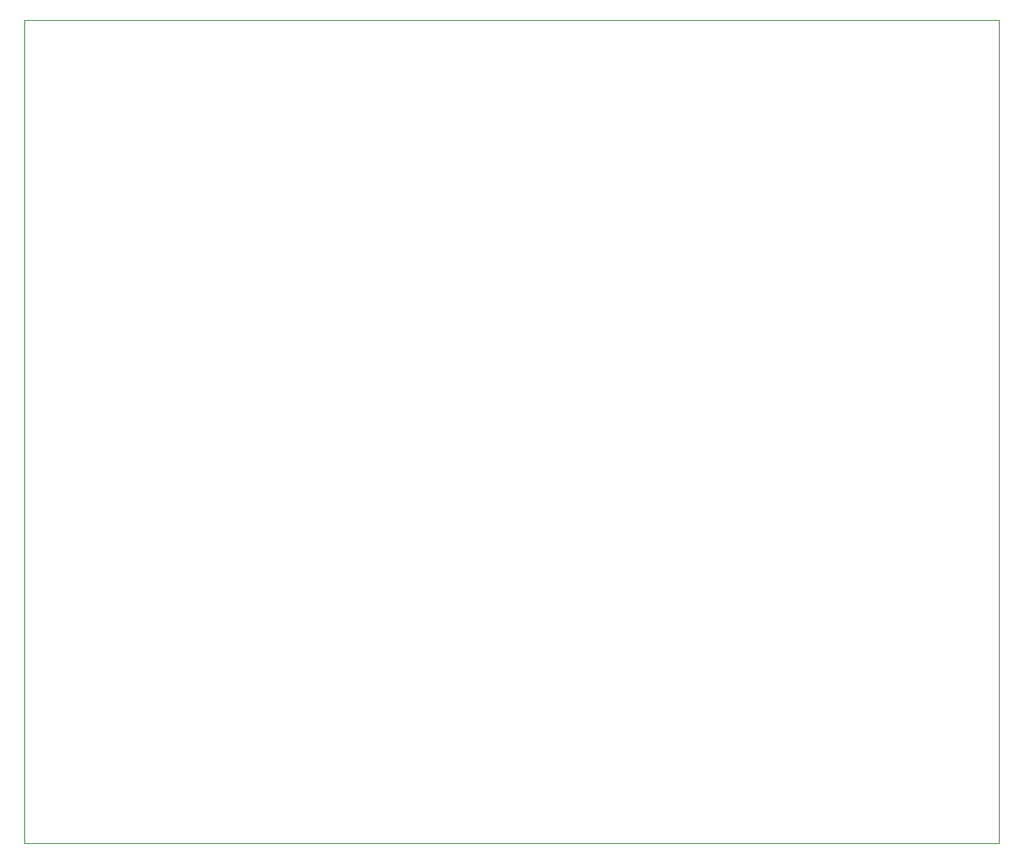
<source format=gbr>
%TF.GenerationSoftware,KiCad,Pcbnew,9.0.0*%
%TF.CreationDate,2025-06-16T14:41:11+03:00*%
%TF.ProjectId,ThorDrive_HW,54686f72-4472-4697-9665-5f48572e6b69,rev?*%
%TF.SameCoordinates,PX16c095cPY63de680*%
%TF.FileFunction,Profile,NP*%
%FSLAX46Y46*%
G04 Gerber Fmt 4.6, Leading zero omitted, Abs format (unit mm)*
G04 Created by KiCad (PCBNEW 9.0.0) date 2025-06-16 14:41:11*
%MOMM*%
%LPD*%
G01*
G04 APERTURE LIST*
%TA.AperFunction,Profile*%
%ADD10C,0.050000*%
%TD*%
G04 APERTURE END LIST*
D10*
X0Y83280000D02*
X98550000Y83280000D01*
X98550000Y0D01*
X0Y0D01*
X0Y83280000D01*
M02*

</source>
